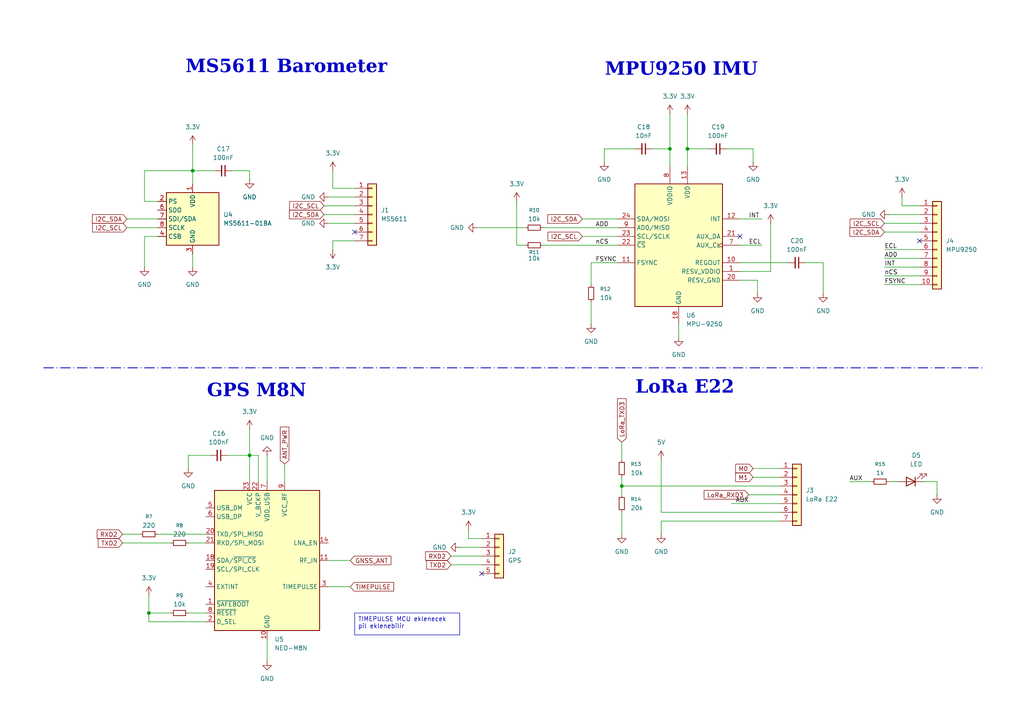
<source format=kicad_sch>
(kicad_sch (version 20250114) (generator "eeschema") (generator_version "9.0")
  (paper "A4")
  (lib_symbols
    (symbol "Connector_Generic:Conn_01x05" (pin_names (offset 1.016) (hide yes))
      (property "Reference" "J" (at 0 7.62 0))
      (property "Value" "Conn_01x05" (at 0 -7.62 0))
      (symbol "Conn_01x05_1_1"
        (rectangle (start -1.27 6.35) (end 1.27 -6.35) (stroke (width 0.254)) (fill (type background)))
        (rectangle (start -1.27 5.207) (end 0 4.953) (stroke (width 0.1524)))
        (rectangle (start -1.27 2.667) (end 0 2.413) (stroke (width 0.1524)))
        (rectangle (start -1.27 0.127) (end 0 -0.127) (stroke (width 0.1524)))
        (rectangle (start -1.27 -2.413) (end 0 -2.667) (stroke (width 0.1524)))
        (rectangle (start -1.27 -4.953) (end 0 -5.207) (stroke (width 0.1524)))
        (pin passive line (at -5.08 5.08 0) (length 3.81) (name "Pin_1") (number "1"))
        (pin passive line (at -5.08 2.54 0) (length 3.81) (name "Pin_2") (number "2"))
        (pin passive line (at -5.08 0 0) (length 3.81) (name "Pin_3") (number "3"))
        (pin passive line (at -5.08 -2.54 0) (length 3.81) (name "Pin_4") (number "4"))
        (pin passive line (at -5.08 -5.08 0) (length 3.81) (name "Pin_5") (number "5"))
      )
    )
    (symbol "Connector_Generic:Conn_01x07" (pin_names (offset 1.016) (hide yes))
      (property "Reference" "J" (at 0 10.16 0))
      (property "Value" "Conn_01x07" (at 0 -10.16 0))
      (symbol "Conn_01x07_1_1"
        (rectangle (start -1.27 8.89) (end 1.27 -8.89) (stroke (width 0.254)) (fill (type background)))
        (rectangle (start -1.27 7.747) (end 0 7.493) (stroke (width 0.1524)))
        (rectangle (start -1.27 5.207) (end 0 4.953) (stroke (width 0.1524)))
        (rectangle (start -1.27 2.667) (end 0 2.413) (stroke (width 0.1524)))
        (rectangle (start -1.27 0.127) (end 0 -0.127) (stroke (width 0.1524)))
        (rectangle (start -1.27 -2.413) (end 0 -2.667) (stroke (width 0.1524)))
        (rectangle (start -1.27 -4.953) (end 0 -5.207) (stroke (width 0.1524)))
        (rectangle (start -1.27 -7.493) (end 0 -7.747) (stroke (width 0.1524)))
        (pin passive line (at -5.08 7.62 0) (length 3.81) (name "Pin_1") (number "1"))
        (pin passive line (at -5.08 5.08 0) (length 3.81) (name "Pin_2") (number "2"))
        (pin passive line (at -5.08 2.54 0) (length 3.81) (name "Pin_3") (number "3"))
        (pin passive line (at -5.08 0 0) (length 3.81) (name "Pin_4") (number "4"))
        (pin passive line (at -5.08 -2.54 0) (length 3.81) (name "Pin_5") (number "5"))
        (pin passive line (at -5.08 -5.08 0) (length 3.81) (name "Pin_6") (number "6"))
        (pin passive line (at -5.08 -7.62 0) (length 3.81) (name "Pin_7") (number "7"))
      )
    )
    (symbol "Connector_Generic:Conn_01x10" (pin_names (offset 1.016) (hide yes))
      (property "Reference" "J" (at 0 12.7 0))
      (property "Value" "Conn_01x10" (at 0 -15.24 0))
      (symbol "Conn_01x10_1_1"
        (rectangle (start -1.27 11.43) (end 1.27 -13.97) (stroke (width 0.254)) (fill (type background)))
        (rectangle (start -1.27 10.287) (end 0 10.033) (stroke (width 0.1524)))
        (rectangle (start -1.27 7.747) (end 0 7.493) (stroke (width 0.1524)))
        (rectangle (start -1.27 5.207) (end 0 4.953) (stroke (width 0.1524)))
        (rectangle (start -1.27 2.667) (end 0 2.413) (stroke (width 0.1524)))
        (rectangle (start -1.27 0.127) (end 0 -0.127) (stroke (width 0.1524)))
        (rectangle (start -1.27 -2.413) (end 0 -2.667) (stroke (width 0.1524)))
        (rectangle (start -1.27 -4.953) (end 0 -5.207) (stroke (width 0.1524)))
        (rectangle (start -1.27 -7.493) (end 0 -7.747) (stroke (width 0.1524)))
        (rectangle (start -1.27 -10.033) (end 0 -10.287) (stroke (width 0.1524)))
        (rectangle (start -1.27 -12.573) (end 0 -12.827) (stroke (width 0.1524)))
        (pin passive line (at -5.08 10.16 0) (length 3.81) (name "Pin_1") (number "1"))
        (pin passive line (at -5.08 7.62 0) (length 3.81) (name "Pin_2") (number "2"))
        (pin passive line (at -5.08 5.08 0) (length 3.81) (name "Pin_3") (number "3"))
        (pin passive line (at -5.08 2.54 0) (length 3.81) (name "Pin_4") (number "4"))
        (pin passive line (at -5.08 0 0) (length 3.81) (name "Pin_5") (number "5"))
        (pin passive line (at -5.08 -2.54 0) (length 3.81) (name "Pin_6") (number "6"))
        (pin passive line (at -5.08 -5.08 0) (length 3.81) (name "Pin_7") (number "7"))
        (pin passive line (at -5.08 -7.62 0) (length 3.81) (name "Pin_8") (number "8"))
        (pin passive line (at -5.08 -10.16 0) (length 3.81) (name "Pin_9") (number "9"))
        (pin passive line (at -5.08 -12.7 0) (length 3.81) (name "Pin_10") (number "10"))
      )
    )
    (symbol "Device:C_Small" (pin_numbers (hide yes)) (pin_names (offset 0.254) (hide yes))
      (property "Reference" "C" (at 0.254 1.778 0))
      (property "Value" "C_Small" (at 0.254 -2.032 0))
      (symbol "C_Small_0_1"
        (polyline (pts (xy -1.524 0.508) (xy 1.524 0.508)) (stroke (width 0.3048)))
        (polyline (pts (xy -1.524 -0.508) (xy 1.524 -0.508)) (stroke (width 0.3302)))
      )
      (symbol "C_Small_1_1"
        (pin passive line (at 0 2.54 270) (length 2.032) (name "~") (number "1"))
        (pin passive line (at 0 -2.54 90) (length 2.032) (name "~") (number "2"))
      )
    )
    (symbol "Device:LED" (pin_numbers (hide yes)) (pin_names (offset 1.016) (hide yes))
      (property "Reference" "D" (at 0 2.54 0))
      (property "Value" "LED" (at 0 -2.54 0))
      (symbol "LED_0_1"
        (polyline (pts (xy -3.048 -0.762) (xy -4.572 -2.286) (xy -3.81 -2.286) (xy -4.572 -2.286) (xy -4.572 -1.524)))
        (polyline (pts (xy -1.778 -0.762) (xy -3.302 -2.286) (xy -2.54 -2.286) (xy -3.302 -2.286) (xy -3.302 -1.524)))
        (polyline (pts (xy -1.27 0) (xy 1.27 0)))
        (polyline (pts (xy -1.27 -1.27) (xy -1.27 1.27)) (stroke (width 0.254)))
        (polyline (pts (xy 1.27 -1.27) (xy 1.27 1.27) (xy -1.27 0) (xy 1.27 -1.27)) (stroke (width 0.254)))
      )
      (symbol "LED_1_1"
        (pin passive line (at -3.81 0 0) (length 2.54) (name "K") (number "1"))
        (pin passive line (at 3.81 0 180) (length 2.54) (name "A") (number "2"))
      )
    )
    (symbol "Device:R_Small" (pin_numbers (hide yes)) (pin_names (offset 0.254) (hide yes))
      (property "Reference" "R" (at 0 0 90))
      (property "Value" "R_Small" (at 1.778 0 90))
      (symbol "R_Small_0_1"
        (rectangle (start -0.762 1.778) (end 0.762 -1.778) (stroke (width 0.2032)))
      )
      (symbol "R_Small_1_1"
        (pin passive line (at 0 2.54 270) (length 0.762) (name "~") (number "1"))
        (pin passive line (at 0 -2.54 90) (length 0.762) (name "~") (number "2"))
      )
    )
    (symbol "RF_GPS:NEO-M8N"
      (property "Reference" "U" (at -13.97 21.59 0))
      (property "Value" "NEO-M8N" (at 11.43 21.59 0))
      (symbol "NEO-M8N_0_1"
        (rectangle (start -15.24 20.32) (end 15.24 -20.32) (stroke (width 0.254)) (fill (type background)))
      )
      (symbol "NEO-M8N_1_1"
        (pin bidirectional line (at -17.78 15.24 0) (length 2.54) (name "USB_DM") (number "5"))
        (pin bidirectional line (at -17.78 12.7 0) (length 2.54) (name "USB_DP") (number "6"))
        (pin output line (at -17.78 7.62 0) (length 2.54) (name "TXD/SPI_MISO") (number "20"))
        (pin input line (at -17.78 5.08 0) (length 2.54) (name "RXD/SPI_MOSI") (number "21"))
        (pin bidirectional line (at -17.78 0 0) (length 2.54) (name "SDA/~{SPI_CS}") (number "18"))
        (pin input line (at -17.78 -2.54 0) (length 2.54) (name "SCL/SPI_CLK") (number "19"))
        (pin input line (at -17.78 -7.62 0) (length 2.54) (name "EXTINT") (number "4"))
        (pin input line (at -17.78 -12.7 0) (length 2.54) (name "~{SAFEBOOT}") (number "1"))
        (pin input line (at -17.78 -15.24 0) (length 2.54) (name "~{RESET}") (number "8"))
        (pin input line (at -17.78 -17.78 0) (length 2.54) (name "D_SEL") (number "2"))
        (pin power_in line (at -5.08 22.86 270) (length 2.54) (name "VCC") (number "23"))
        (pin power_in line (at -2.54 22.86 270) (length 2.54) (name "V_BCKP") (number "22"))
        (pin power_in line (at 0 22.86 270) (length 2.54) (name "VDD_USB") (number "7"))
        (pin power_in line (at 0 -22.86 90) (length 2.54) (name "GND") (number "10"))
        (pin passive line (at 0 -22.86 90) (length 2.54) (hide yes) (name "GND") (number "12"))
        (pin passive line (at 0 -22.86 90) (length 2.54) (hide yes) (name "GND") (number "13"))
        (pin passive line (at 0 -22.86 90) (length 2.54) (hide yes) (name "GND") (number "24"))
        (pin power_out line (at 5.08 22.86 270) (length 2.54) (name "VCC_RF") (number "9"))
        (pin no_connect line (at 15.24 -10.16 180) (length 2.54) (hide yes) (name "RESERVED") (number "15"))
        (pin no_connect line (at 15.24 -12.7 180) (length 2.54) (hide yes) (name "RESERVED") (number "16"))
        (pin no_connect line (at 15.24 -15.24 180) (length 2.54) (hide yes) (name "RESERVED") (number "17"))
        (pin output line (at 17.78 5.08 180) (length 2.54) (name "LNA_EN") (number "14"))
        (pin input line (at 17.78 0 180) (length 2.54) (name "RF_IN") (number "11"))
        (pin output line (at 17.78 -7.62 180) (length 2.54) (name "TIMEPULSE") (number "3"))
      )
    )
    (symbol "Sensor_Motion:MPU-9250"
      (property "Reference" "U" (at -11.43 19.05 0))
      (property "Value" "MPU-9250" (at 7.62 -19.05 0))
      (symbol "MPU-9250_0_1"
        (rectangle (start -12.7 17.78) (end 12.7 -17.78) (stroke (width 0.254)) (fill (type background)))
      )
      (symbol "MPU-9250_1_1"
        (pin bidirectional line (at -17.78 7.62 0) (length 5.08) (name "SDA/MOSI") (number "24"))
        (pin bidirectional line (at -17.78 5.08 0) (length 5.08) (name "AD0/MISO") (number "9"))
        (pin input line (at -17.78 2.54 0) (length 5.08) (name "SCL/SCLK") (number "23"))
        (pin input line (at -17.78 0 0) (length 5.08) (name "~{CS}") (number "22"))
        (pin input line (at -17.78 -5.08 0) (length 5.08) (name "FSYNC") (number "11"))
        (pin power_in line (at -2.54 22.86 270) (length 5.08) (name "VDDIO") (number "8"))
        (pin power_in line (at 0 -22.86 90) (length 5.08) (name "GND") (number "18"))
        (pin power_in line (at 2.54 22.86 270) (length 5.08) (name "VDD") (number "13"))
        (pin output line (at 17.78 7.62 180) (length 5.08) (name "INT") (number "12"))
        (pin bidirectional line (at 17.78 2.54 180) (length 5.08) (name "AUX_DA") (number "21"))
        (pin output clock (at 17.78 0 180) (length 5.08) (name "AUX_CL") (number "7"))
        (pin passive line (at 17.78 -5.08 180) (length 5.08) (name "REGOUT") (number "10"))
        (pin input line (at 17.78 -7.62 180) (length 5.08) (name "RESV_VDDIO") (number "1"))
        (pin power_in line (at 17.78 -10.16 180) (length 5.08) (name "RESV_GND") (number "20"))
      )
    )
    (symbol "Sensor_Pressure:MS5611-01BA"
      (property "Reference" "U" (at -6.35 8.89 0))
      (property "Value" "MS5611-01BA" (at 7.62 8.89 0))
      (symbol "MS5611-01BA_0_1"
        (rectangle (start -7.62 7.62) (end 7.62 -7.62) (stroke (width 0.254)) (fill (type background)))
      )
      (symbol "MS5611-01BA_1_1"
        (pin input line (at -10.16 5.08 0) (length 2.54) (name "PS") (number "2"))
        (pin output line (at -10.16 2.54 0) (length 2.54) (name "SDO") (number "6"))
        (pin bidirectional line (at -10.16 0 0) (length 2.54) (name "SDI/SDA") (number "7"))
        (pin input line (at -10.16 -2.54 0) (length 2.54) (name "SCLK") (number "8"))
        (pin input line (at -10.16 -5.08 0) (length 2.54) (name "CSB") (number "4"))
        (pin input line (at -10.16 -5.08 0) (length 2.54) (hide yes) (name "CSB") (number "5"))
        (pin power_in line (at 0 10.16 270) (length 2.54) (name "VDD") (number "1"))
        (pin power_in line (at 0 -10.16 90) (length 2.54) (name "GND") (number "3"))
      )
    )
    (symbol "power:GND" (power) (pin_numbers (hide yes)) (pin_names (offset 0) (hide yes))
      (property "Value" "GND" (at 0 -3.81 0))
      (symbol "GND_0_1"
        (polyline (pts (xy 0 0) (xy 0 -1.27) (xy 1.27 -1.27) (xy 0 -2.54) (xy -1.27 -1.27) (xy 0 -1.27)))
      )
      (symbol "GND_1_1"
        (pin power_in line (at 0 0 270) (length 0) (name "~") (number "1"))
      )
    )
    (symbol "power:VCC" (power) (pin_numbers (hide yes)) (pin_names (offset 0) (hide yes))
      (property "Value" "VCC" (at 0 3.556 0))
      (symbol "VCC_0_1"
        (polyline (pts (xy -0.762 1.27) (xy 0 2.54)))
        (polyline (pts (xy 0 2.54) (xy 0.762 1.27)))
        (polyline (pts (xy 0 0) (xy 0 2.54)))
      )
      (symbol "VCC_1_1"
        (pin power_in line (at 0 0 90) (length 0) (name "~") (number "1"))
      )
    )
  )
  (text "MPU9250 IMU" (at 197.612 21.336 0) (effects (font (size 3.81 3.81) (bold yes))))
  (text "LoRa E22\n" (at 198.628 113.538 0) (effects (font (size 3.81 3.81) (bold yes))))
  (text "GPS M8N" (at 74.422 114.554 0) (effects (font (size 3.81 3.81) (bold yes))))
  (text "MS5611 Barometer" (at 83.058 20.574 0) (effects (font (size 3.81 3.81) (bold yes))))
  (text_box "TIMEPULSE MCU eklenecek\npil eklenebilir" (at 102.87 177.8 0) (size 30.48 6.35) (margins 0.9525 0.9525 0.9525 0.9525) (effects (font (size 1.27 1.27)) (justify left top)))
  (junction (at 199.39 43.18))
  (junction (at 55.88 49.53))
  (junction (at 180.34 140.97))
  (junction (at 72.39 132.08))
  (junction (at 194.31 43.18))
  (junction (at 43.18 177.8))
  (no_connect (at 214.63 68.58))
  (no_connect (at 139.7 166.37))
  (no_connect (at 266.7 69.85))
  (no_connect (at 102.87 67.31))
  (wire (pts (xy 238.76 76.2) (xy 238.76 85.09)))
  (wire (pts (xy 43.18 177.8) (xy 49.53 177.8)))
  (wire (pts (xy 95.25 57.15) (xy 102.87 57.15)))
  (wire (pts (xy 226.06 151.13) (xy 191.77 151.13)))
  (wire (pts (xy 139.7 156.21) (xy 135.89 156.21)))
  (wire (pts (xy 199.39 43.18) (xy 205.74 43.18)))
  (wire (pts (xy 223.52 78.74) (xy 223.52 64.77)))
  (wire (pts (xy 199.39 48.26) (xy 199.39 43.18)))
  (wire (pts (xy 256.54 77.47) (xy 266.7 77.47)))
  (wire (pts (xy 233.68 76.2) (xy 238.76 76.2)))
  (wire (pts (xy 171.45 76.2) (xy 171.45 82.55)))
  (wire (pts (xy 45.72 68.58) (xy 41.91 68.58)))
  (wire (pts (xy 180.34 140.97) (xy 180.34 143.51)))
  (wire (pts (xy 41.91 58.42) (xy 41.91 49.53)))
  (wire (pts (xy 180.34 128.27) (xy 180.34 133.35)))
  (wire (pts (xy 95.25 64.77) (xy 102.87 64.77)))
  (wire (pts (xy 93.98 59.69) (xy 102.87 59.69)))
  (wire (pts (xy 96.52 49.53) (xy 96.52 54.61)))
  (wire (pts (xy 256.54 72.39) (xy 266.7 72.39)))
  (wire (pts (xy 96.52 54.61) (xy 102.87 54.61)))
  (wire (pts (xy 36.83 66.04) (xy 45.72 66.04)))
  (wire (pts (xy 214.63 63.5) (xy 220.98 63.5)))
  (wire (pts (xy 191.77 151.13) (xy 191.77 154.94)))
  (wire (pts (xy 82.55 134.62) (xy 82.55 139.7)))
  (wire (pts (xy 101.6 170.18) (xy 95.25 170.18)))
  (wire (pts (xy 101.6 162.56) (xy 95.25 162.56)))
  (wire (pts (xy 199.39 33.02) (xy 199.39 43.18)))
  (wire (pts (xy 149.86 58.42) (xy 149.86 71.12)))
  (wire (pts (xy 135.89 156.21) (xy 135.89 153.67)))
  (wire (pts (xy 171.45 87.63) (xy 171.45 93.98)))
  (wire (pts (xy 219.71 81.28) (xy 219.71 85.09)))
  (wire (pts (xy 214.63 78.74) (xy 223.52 78.74)))
  (wire (pts (xy 212.09 146.05) (xy 226.06 146.05)))
  (wire (pts (xy 217.17 143.51) (xy 226.06 143.51)))
  (wire (pts (xy 96.52 69.85) (xy 102.87 69.85)))
  (wire (pts (xy 74.93 132.08) (xy 72.39 132.08)))
  (wire (pts (xy 55.88 53.34) (xy 55.88 49.53)))
  (wire (pts (xy 157.48 71.12) (xy 179.07 71.12)))
  (wire (pts (xy 168.91 63.5) (xy 179.07 63.5)))
  (wire (pts (xy 149.86 71.12) (xy 152.4 71.12)))
  (wire (pts (xy 271.78 139.7) (xy 267.97 139.7)))
  (wire (pts (xy 271.78 143.51) (xy 271.78 139.7)))
  (wire (pts (xy 226.06 135.89) (xy 218.44 135.89)))
  (wire (pts (xy 180.34 140.97) (xy 226.06 140.97)))
  (wire (pts (xy 210.82 43.18) (xy 218.44 43.18)))
  (wire (pts (xy 74.93 139.7) (xy 74.93 132.08)))
  (wire (pts (xy 256.54 82.55) (xy 266.7 82.55)))
  (wire (pts (xy 189.23 43.18) (xy 194.31 43.18)))
  (wire (pts (xy 54.61 135.89) (xy 54.61 132.08)))
  (wire (pts (xy 194.31 33.02) (xy 194.31 43.18)))
  (wire (pts (xy 77.47 132.08) (xy 77.47 139.7)))
  (wire (pts (xy 45.72 154.94) (xy 59.69 154.94)))
  (wire (pts (xy 175.26 43.18) (xy 184.15 43.18)))
  (wire (pts (xy 35.56 154.94) (xy 40.64 154.94)))
  (wire (pts (xy 168.91 68.58) (xy 179.07 68.58)))
  (wire (pts (xy 130.81 161.29) (xy 139.7 161.29)))
  (wire (pts (xy 138.43 66.04) (xy 152.4 66.04)))
  (wire (pts (xy 261.62 59.69) (xy 266.7 59.69)))
  (wire (pts (xy 180.34 138.43) (xy 180.34 140.97)))
  (wire (pts (xy 55.88 41.91) (xy 55.88 49.53)))
  (wire (pts (xy 196.85 97.79) (xy 196.85 93.98)))
  (wire (pts (xy 36.83 63.5) (xy 45.72 63.5)))
  (wire (pts (xy 77.47 191.77) (xy 77.47 185.42)))
  (wire (pts (xy 41.91 49.53) (xy 55.88 49.53)))
  (wire (pts (xy 35.56 157.48) (xy 49.53 157.48)))
  (wire (pts (xy 55.88 49.53) (xy 62.23 49.53)))
  (wire (pts (xy 67.31 49.53) (xy 72.39 49.53)))
  (wire (pts (xy 43.18 172.72) (xy 43.18 177.8)))
  (wire (pts (xy 191.77 148.59) (xy 226.06 148.59)))
  (wire (pts (xy 72.39 132.08) (xy 66.04 132.08)))
  (wire (pts (xy 257.81 62.23) (xy 266.7 62.23)))
  (wire (pts (xy 179.07 76.2) (xy 171.45 76.2)))
  (wire (pts (xy 261.62 57.15) (xy 261.62 59.69)))
  (wire (pts (xy 72.39 139.7) (xy 72.39 132.08)))
  (wire (pts (xy 180.34 154.94) (xy 180.34 148.59)))
  (wire (pts (xy 256.54 64.77) (xy 266.7 64.77)))
  (wire (pts (xy 54.61 177.8) (xy 59.69 177.8)))
  (wire (pts (xy 93.98 62.23) (xy 102.87 62.23)))
  (wire (pts (xy 218.44 43.18) (xy 218.44 46.99)))
  (wire (pts (xy 54.61 157.48) (xy 59.69 157.48)))
  (wire (pts (xy 256.54 80.01) (xy 266.7 80.01)))
  (wire (pts (xy 191.77 133.35) (xy 191.77 148.59)))
  (wire (pts (xy 246.38 139.7) (xy 252.73 139.7)))
  (wire (pts (xy 214.63 81.28) (xy 219.71 81.28)))
  (wire (pts (xy 256.54 74.93) (xy 266.7 74.93)))
  (polyline (pts (xy 12.7 106.68) (xy 285.75 106.68)) (stroke (width 0.254) (type dash_dot)))
  (wire (pts (xy 175.26 46.99) (xy 175.26 43.18)))
  (wire (pts (xy 130.81 163.83) (xy 139.7 163.83)))
  (wire (pts (xy 54.61 132.08) (xy 60.96 132.08)))
  (wire (pts (xy 72.39 124.46) (xy 72.39 132.08)))
  (wire (pts (xy 59.69 180.34) (xy 43.18 180.34)))
  (wire (pts (xy 214.63 71.12) (xy 220.98 71.12)))
  (wire (pts (xy 226.06 138.43) (xy 218.44 138.43)))
  (wire (pts (xy 43.18 180.34) (xy 43.18 177.8)))
  (wire (pts (xy 214.63 76.2) (xy 228.6 76.2)))
  (wire (pts (xy 96.52 72.39) (xy 96.52 69.85)))
  (wire (pts (xy 157.48 66.04) (xy 179.07 66.04)))
  (wire (pts (xy 257.81 139.7) (xy 260.35 139.7)))
  (wire (pts (xy 133.35 158.75) (xy 139.7 158.75)))
  (wire (pts (xy 256.54 67.31) (xy 266.7 67.31)))
  (wire (pts (xy 194.31 43.18) (xy 194.31 48.26)))
  (wire (pts (xy 55.88 77.47) (xy 55.88 73.66)))
  (wire (pts (xy 41.91 68.58) (xy 41.91 77.47)))
  (wire (pts (xy 72.39 49.53) (xy 72.39 52.07)))
  (wire (pts (xy 45.72 58.42) (xy 41.91 58.42)))
  (label "ECL" (at 256.54 72.39 0))
  (label "INT" (at 217.17 63.5 0))
  (label "AUX" (at 213.36 146.05 0))
  (label "INT" (at 256.54 77.47 0))
  (label "AD0" (at 172.72 66.04 0))
  (label "AD0" (at 256.54 74.93 0))
  (label "FSYNC" (at 172.72 76.2 0))
  (label "AUX" (at 246.38 139.7 0))
  (label "nCS" (at 172.72 71.12 0))
  (label "ECL" (at 217.17 71.12 0))
  (label "nCS" (at 256.54 80.01 0))
  (label "FSYNC" (at 256.54 82.55 0))
  (global_label "I2C_SDA" (shape input) (at 36.83 63.5 180) (property "Intersheetrefs" "${INTERSHEET_REFS}" (effects (hide yes))))
  (global_label "TIMEPULSE" (shape input) (at 101.6 170.18 0) (property "Intersheetrefs" "${INTERSHEET_REFS}" (effects (hide yes))))
  (global_label "M1" (shape input) (at 218.44 138.43 180) (property "Intersheetrefs" "${INTERSHEET_REFS}" (effects (hide yes))))
  (global_label "RXD2" (shape input) (at 35.56 154.94 180) (property "Intersheetrefs" "${INTERSHEET_REFS}" (effects (hide yes))))
  (global_label "M0" (shape input) (at 218.44 135.89 180) (property "Intersheetrefs" "${INTERSHEET_REFS}" (effects (hide yes))))
  (global_label "TXD2" (shape input) (at 130.81 163.83 180) (property "Intersheetrefs" "${INTERSHEET_REFS}" (effects (hide yes))))
  (global_label "I2C_SDA" (shape input) (at 256.54 67.31 180) (property "Intersheetrefs" "${INTERSHEET_REFS}" (effects (hide yes))))
  (global_label "RXD2" (shape input) (at 130.81 161.29 180) (property "Intersheetrefs" "${INTERSHEET_REFS}" (effects (hide yes))))
  (global_label "I2C_SDA" (shape input) (at 93.98 62.23 180) (property "Intersheetrefs" "${INTERSHEET_REFS}" (effects (hide yes))))
  (global_label "I2C_SCL" (shape input) (at 256.54 64.77 180) (property "Intersheetrefs" "${INTERSHEET_REFS}" (effects (hide yes))))
  (global_label "I2C_SCL" (shape input) (at 168.91 68.58 180) (property "Intersheetrefs" "${INTERSHEET_REFS}" (effects (hide yes))))
  (global_label "I2C_SCL" (shape input) (at 93.98 59.69 180) (property "Intersheetrefs" "${INTERSHEET_REFS}" (effects (hide yes))))
  (global_label "TXD2" (shape input) (at 35.56 157.48 180) (property "Intersheetrefs" "${INTERSHEET_REFS}" (effects (hide yes))))
  (global_label "ANT_PWR" (shape input) (at 82.55 134.62 90) (property "Intersheetrefs" "${INTERSHEET_REFS}" (effects (hide yes))))
  (global_label "I2C_SCL" (shape input) (at 36.83 66.04 180) (property "Intersheetrefs" "${INTERSHEET_REFS}" (effects (hide yes))))
  (global_label "GNSS_ANT" (shape input) (at 101.6 162.56 0) (property "Intersheetrefs" "${INTERSHEET_REFS}" (effects (hide yes))))
  (global_label "LoRa_RXD3" (shape input) (at 217.17 143.51 180) (property "Intersheetrefs" "${INTERSHEET_REFS}" (effects (hide yes))))
  (global_label "I2C_SDA" (shape input) (at 168.91 63.5 180) (property "Intersheetrefs" "${INTERSHEET_REFS}" (effects (hide yes))))
  (global_label "LoRa_TXD3" (shape input) (at 180.34 128.27 90) (property "Intersheetrefs" "${INTERSHEET_REFS}" (effects (hide yes))))
  (symbol (lib_id "power:GND") (at 218.44 46.99 0) (unit 1)
    (property "Reference" "#PWR052" (effects (hide yes)))
    (property "Value" "GND" (at 218.44 52.07 0))
    (property "Description" "Power symbol creates a global label with name \"GND\" , ground" (effects (hide yes)))
  )
  (symbol (lib_id "power:GND") (at 77.47 132.08 180) (unit 1)
    (property "Reference" "#PWR034" (effects (hide yes)))
    (property "Value" "GND" (at 77.47 127 0))
    (property "Description" "Power symbol creates a global label with name \"GND\" , ground" (effects (hide yes)))
  )
  (symbol (lib_id "power:GND") (at 171.45 93.98 0) (unit 1)
    (property "Reference" "#PWR044" (effects (hide yes)))
    (property "Value" "GND" (at 171.45 99.06 0))
    (property "Description" "Power symbol creates a global label with name \"GND\" , ground" (effects (hide yes)))
  )
  (symbol (lib_id "Device:C_Small") (at 208.28 43.18 270) (unit 1)
    (property "Reference" "C19" (at 208.2736 36.83 90))
    (property "Value" "100nF" (at 208.2736 39.37 90))
    (property "Footprint" "Capacitor_SMD:C_0603_1608Metric_Pad1.08x0.95mm_HandSolder" (effects (hide yes)))
    (property "Description" "Unpolarized capacitor, small symbol" (effects (hide yes)))
  )
  (symbol (lib_id "Device:R_Small") (at 52.07 157.48 90) (unit 1)
    (property "Reference" "R8" (at 52.07 152.4 90) (effects (font (size 1.016 1.016))))
    (property "Value" "220" (at 52.07 154.94 90))
    (property "Footprint" "Resistor_SMD:R_0603_1608Metric_Pad0.98x0.95mm_HandSolder" (effects (hide yes)))
    (property "Description" "Resistor, small symbol" (effects (hide yes)))
  )
  (symbol (lib_id "power:VCC") (at 96.52 49.53 0) (unit 1)
    (property "Reference" "#PWR038" (effects (hide yes)))
    (property "Value" "3.3V" (at 96.52 44.45 0))
    (property "Description" "Power symbol creates a global label with name \"VCC\"" (effects (hide yes)))
  )
  (symbol (lib_id "Device:C_Small") (at 63.5 132.08 270) (unit 1)
    (property "Reference" "C16" (at 63.4936 125.73 90))
    (property "Value" "100nF" (at 63.4936 128.27 90))
    (property "Footprint" "Capacitor_SMD:C_0603_1608Metric_Pad1.08x0.95mm_HandSolder" (effects (hide yes)))
    (property "Description" "Unpolarized capacitor, small symbol" (effects (hide yes)))
  )
  (symbol (lib_id "Device:R_Small") (at 154.94 71.12 270) (unit 1)
    (property "Reference" "R11" (at 154.94 73.152 90) (effects (font (size 1.016 1.016))))
    (property "Value" "10k" (at 154.94 74.93 90))
    (property "Footprint" "Resistor_SMD:R_0603_1608Metric_Pad0.98x0.95mm_HandSolder" (effects (hide yes)))
    (property "Description" "Resistor, small symbol" (effects (hide yes)))
  )
  (symbol (lib_id "power:GND") (at 138.43 66.04 270) (unit 1)
    (property "Reference" "#PWR042" (effects (hide yes)))
    (property "Value" "GND" (at 134.62 66.0399 90) (effects (justify right)))
    (property "Description" "Power symbol creates a global label with name \"GND\" , ground" (effects (hide yes)))
  )
  (symbol (lib_id "Sensor_Motion:MPU-9250") (at 196.85 71.12 0) (unit 1)
    (property "Reference" "U6" (at 198.9933 91.44 0) (effects (justify left)))
    (property "Value" "MPU-9250" (at 198.9933 93.98 0) (effects (justify left)))
    (property "Footprint" "Sensor_Motion:InvenSense_QFN-24_3x3mm_P0.4mm" (effects (hide yes)))
    (property "Datasheet" "https://invensense.tdk.com/wp-content/uploads/2015/02/PS-MPU-9250A-01-v1.1.pdf" (effects (hide yes)))
    (property "Description" "InvenSense 9-Axis Motion Sensor, Accelerometer, Gyroscope, Compass, I2C/SPI" (effects (hide yes)))
  )
  (symbol (lib_id "power:GND") (at 219.71 85.09 0) (unit 1)
    (property "Reference" "#PWR053" (effects (hide yes)))
    (property "Value" "GND" (at 219.71 90.17 0))
    (property "Description" "Power symbol creates a global label with name \"GND\" , ground" (effects (hide yes)))
  )
  (symbol (lib_id "power:GND") (at 133.35 158.75 270) (unit 1)
    (property "Reference" "#PWR040" (effects (hide yes)))
    (property "Value" "GND" (at 129.54 158.7499 90) (effects (justify right)))
    (property "Description" "Power symbol creates a global label with name \"GND\" , ground" (effects (hide yes)))
  )
  (symbol (lib_id "power:GND") (at 77.47 191.77 0) (unit 1)
    (property "Reference" "#PWR035" (effects (hide yes)))
    (property "Value" "GND" (at 77.47 196.85 0))
    (property "Description" "Power symbol creates a global label with name \"GND\" , ground" (effects (hide yes)))
  )
  (symbol (lib_id "power:VCC") (at 191.77 133.35 0) (unit 1)
    (property "Reference" "#PWR047" (effects (hide yes)))
    (property "Value" "5V" (at 191.77 128.27 0))
    (property "Description" "Power symbol creates a global label with name \"VCC\"" (effects (hide yes)))
  )
  (symbol (lib_id "Device:R_Small") (at 255.27 139.7 270) (unit 1)
    (property "Reference" "R15" (at 255.27 134.62 90) (effects (font (size 1.016 1.016))))
    (property "Value" "1k" (at 255.27 137.16 90))
    (property "Footprint" "Resistor_SMD:R_0603_1608Metric_Pad0.98x0.95mm_HandSolder" (effects (hide yes)))
    (property "Description" "Resistor, small symbol" (effects (hide yes)))
  )
  (symbol (lib_id "Device:R_Small") (at 52.07 177.8 90) (unit 1)
    (property "Reference" "R9" (at 52.07 172.72 90) (effects (font (size 1.016 1.016))))
    (property "Value" "10k" (at 52.07 175.26 90))
    (property "Footprint" "Resistor_SMD:R_0603_1608Metric_Pad0.98x0.95mm_HandSolder" (effects (hide yes)))
    (property "Description" "Resistor, small symbol" (effects (hide yes)))
  )
  (symbol (lib_id "power:VCC") (at 72.39 124.46 0) (unit 1)
    (property "Reference" "#PWR033" (effects (hide yes)))
    (property "Value" "3.3V" (at 72.39 119.38 0))
    (property "Description" "Power symbol creates a global label with name \"VCC\"" (effects (hide yes)))
  )
  (symbol (lib_id "Connector_Generic:Conn_01x07") (at 107.95 62.23 0) (unit 1)
    (property "Reference" "J1" (at 110.49 60.9599 0) (effects (justify left)))
    (property "Value" "MS5611" (at 110.49 63.4999 0) (effects (justify left)))
    (property "Footprint" "Connector_PinSocket_2.54mm:PinSocket_1x07_P2.54mm_Vertical" (effects (hide yes)))
    (property "Description" "Generic connector, single row, 01x07, script generated (kicad-library-utils/schlib/autogen/connector/)" (effects (hide yes)))
  )
  (symbol (lib_id "power:GND") (at 95.25 57.15 270) (unit 1)
    (property "Reference" "#PWR036" (effects (hide yes)))
    (property "Value" "GND" (at 91.44 57.1499 90) (effects (justify right)))
    (property "Description" "Power symbol creates a global label with name \"GND\" , ground" (effects (hide yes)))
  )
  (symbol (lib_id "Device:C_Small") (at 186.69 43.18 270) (unit 1)
    (property "Reference" "C18" (at 186.6836 36.83 90))
    (property "Value" "10nF" (at 186.6836 39.37 90))
    (property "Footprint" "Capacitor_SMD:C_0603_1608Metric_Pad1.08x0.95mm_HandSolder" (effects (hide yes)))
    (property "Description" "Unpolarized capacitor, small symbol" (effects (hide yes)))
  )
  (symbol (lib_id "power:VCC") (at 96.52 72.39 180) (unit 1)
    (property "Reference" "#PWR039" (effects (hide yes)))
    (property "Value" "3.3V" (at 96.52 77.47 0))
    (property "Description" "Power symbol creates a global label with name \"VCC\"" (effects (hide yes)))
  )
  (symbol (lib_id "Connector_Generic:Conn_01x05") (at 144.78 161.29 0) (unit 1)
    (property "Reference" "J2" (at 147.32 160.0199 0) (effects (justify left)))
    (property "Value" "GPS" (at 147.32 162.5599 0) (effects (justify left)))
    (property "Footprint" "Connector_PinSocket_2.54mm:PinSocket_1x05_P2.54mm_Vertical" (effects (hide yes)))
    (property "Description" "Generic connector, single row, 01x05, script generated (kicad-library-utils/schlib/autogen/connector/)" (effects (hide yes)))
  )
  (symbol (lib_id "power:GND") (at 175.26 46.99 0) (unit 1)
    (property "Reference" "#PWR045" (effects (hide yes)))
    (property "Value" "GND" (at 175.26 52.07 0))
    (property "Description" "Power symbol creates a global label with name \"GND\" , ground" (effects (hide yes)))
  )
  (symbol (lib_id "power:VCC") (at 135.89 153.67 0) (unit 1)
    (property "Reference" "#PWR041" (effects (hide yes)))
    (property "Value" "3.3V" (at 135.89 148.59 0))
    (property "Description" "Power symbol creates a global label with name \"VCC\"" (effects (hide yes)))
  )
  (symbol (lib_id "power:VCC") (at 223.52 64.77 0) (unit 1)
    (property "Reference" "#PWR054" (effects (hide yes)))
    (property "Value" "3.3V" (at 223.52 59.69 0))
    (property "Description" "Power symbol creates a global label with name \"VCC\"" (effects (hide yes)))
  )
  (symbol (lib_id "Device:C_Small") (at 231.14 76.2 270) (unit 1)
    (property "Reference" "C20" (at 231.1336 69.85 90))
    (property "Value" "100nF" (at 231.1336 72.39 90))
    (property "Footprint" "Capacitor_SMD:C_0603_1608Metric_Pad1.08x0.95mm_HandSolder" (effects (hide yes)))
    (property "Description" "Unpolarized capacitor, small symbol" (effects (hide yes)))
  )
  (symbol (lib_id "power:GND") (at 95.25 64.77 270) (unit 1)
    (property "Reference" "#PWR037" (effects (hide yes)))
    (property "Value" "GND" (at 91.44 64.7699 90) (effects (justify right)))
    (property "Description" "Power symbol creates a global label with name \"GND\" , ground" (effects (hide yes)))
  )
  (symbol (lib_id "power:VCC") (at 55.88 41.91 0) (unit 1)
    (property "Reference" "#PWR030" (effects (hide yes)))
    (property "Value" "3.3V" (at 55.88 36.83 0))
    (property "Description" "Power symbol creates a global label with name \"VCC\"" (effects (hide yes)))
  )
  (symbol (lib_id "Device:LED") (at 264.16 139.7 180) (unit 1)
    (property "Reference" "D5" (at 265.7475 132.08 0))
    (property "Value" "LED" (at 265.7475 134.62 0))
    (property "Footprint" "LED_SMD:LED_0603_1608Metric_Pad1.05x0.95mm_HandSolder" (effects (hide yes)))
    (property "Description" "Light emitting diode" (effects (hide yes)))
    (property "Sim.Pins" "1=K 2=A" (effects (hide yes)))
  )
  (symbol (lib_id "power:GND") (at 238.76 85.09 0) (unit 1)
    (property "Reference" "#PWR055" (effects (hide yes)))
    (property "Value" "GND" (at 238.76 90.17 0))
    (property "Description" "Power symbol creates a global label with name \"GND\" , ground" (effects (hide yes)))
  )
  (symbol (lib_id "Device:R_Small") (at 154.94 66.04 270) (unit 1)
    (property "Reference" "R10" (at 154.94 60.96 90) (effects (font (size 1.016 1.016))))
    (property "Value" "10k" (at 154.94 63.5 90))
    (property "Footprint" "Resistor_SMD:R_0603_1608Metric_Pad0.98x0.95mm_HandSolder" (effects (hide yes)))
    (property "Description" "Resistor, small symbol" (effects (hide yes)))
  )
  (symbol (lib_id "power:GND") (at 54.61 135.89 0) (unit 1)
    (property "Reference" "#PWR029" (effects (hide yes)))
    (property "Value" "GND" (at 54.61 140.97 0))
    (property "Description" "Power symbol creates a global label with name \"GND\" , ground" (effects (hide yes)))
  )
  (symbol (lib_id "power:GND") (at 55.88 77.47 0) (unit 1)
    (property "Reference" "#PWR031" (effects (hide yes)))
    (property "Value" "GND" (at 55.88 82.55 0))
    (property "Description" "Power symbol creates a global label with name \"GND\" , ground" (effects (hide yes)))
  )
  (symbol (lib_id "power:VCC") (at 261.62 57.15 0) (unit 1)
    (property "Reference" "#PWR057" (effects (hide yes)))
    (property "Value" "3.3V" (at 261.62 52.07 0))
    (property "Description" "Power symbol creates a global label with name \"VCC\"" (effects (hide yes)))
  )
  (symbol (lib_id "Device:C_Small") (at 64.77 49.53 270) (unit 1)
    (property "Reference" "C17" (at 64.7636 43.18 90))
    (property "Value" "100nF" (at 64.7636 45.72 90))
    (property "Footprint" "Capacitor_SMD:C_0603_1608Metric_Pad1.08x0.95mm_HandSolder" (effects (hide yes)))
    (property "Description" "Unpolarized capacitor, small symbol" (effects (hide yes)))
  )
  (symbol (lib_id "power:GND") (at 191.77 154.94 0) (unit 1)
    (property "Reference" "#PWR048" (effects (hide yes)))
    (property "Value" "GND" (at 191.77 160.02 0))
    (property "Description" "Power symbol creates a global label with name \"GND\" , ground" (effects (hide yes)))
  )
  (symbol (lib_id "power:GND") (at 180.34 154.94 0) (unit 1)
    (property "Reference" "#PWR046" (effects (hide yes)))
    (property "Value" "GND" (at 180.34 160.02 0))
    (property "Description" "Power symbol creates a global label with name \"GND\" , ground" (effects (hide yes)))
  )
  (symbol (lib_id "Connector_Generic:Conn_01x10") (at 271.78 69.85 0) (unit 1)
    (property "Reference" "J4" (at 274.32 69.8499 0) (effects (justify left)))
    (property "Value" "MPU9250" (at 274.32 72.3899 0) (effects (justify left)))
    (property "Footprint" "Connector_PinSocket_2.54mm:PinSocket_1x10_P2.54mm_Vertical" (effects (hide yes)))
    (property "Description" "Generic connector, single row, 01x10, script generated (kicad-library-utils/schlib/autogen/connector/)" (effects (hide yes)))
  )
  (symbol (lib_id "Device:R_Small") (at 171.45 85.09 0) (unit 1)
    (property "Reference" "R12" (at 173.99 83.8199 0) (effects (font (size 1.016 1.016)) (justify left)))
    (property "Value" "10k" (at 173.99 86.3599 0) (effects (justify left)))
    (property "Footprint" "Resistor_SMD:R_0603_1608Metric_Pad0.98x0.95mm_HandSolder" (effects (hide yes)))
    (property "Description" "Resistor, small symbol" (effects (hide yes)))
  )
  (symbol (lib_id "power:VCC") (at 43.18 172.72 0) (unit 1)
    (property "Reference" "#PWR028" (effects (hide yes)))
    (property "Value" "3.3V" (at 43.18 167.64 0))
    (property "Description" "Power symbol creates a global label with name \"VCC\"" (effects (hide yes)))
  )
  (symbol (lib_id "power:GND") (at 196.85 97.79 0) (unit 1)
    (property "Reference" "#PWR050" (effects (hide yes)))
    (property "Value" "GND" (at 196.85 102.87 0))
    (property "Description" "Power symbol creates a global label with name \"GND\" , ground" (effects (hide yes)))
  )
  (symbol (lib_id "power:VCC") (at 194.31 33.02 0) (unit 1)
    (property "Reference" "#PWR049" (effects (hide yes)))
    (property "Value" "3.3V" (at 194.31 27.94 0))
    (property "Description" "Power symbol creates a global label with name \"VCC\"" (effects (hide yes)))
  )
  (symbol (lib_id "RF_GPS:NEO-M8N") (at 77.47 162.56 0) (unit 1)
    (property "Reference" "U5" (at 79.6133 185.42 0) (effects (justify left)))
    (property "Value" "NEO-M8N" (at 79.6133 187.96 0) (effects (justify left)))
    (property "Footprint" "RF_GPS:ublox_NEO" (effects (hide yes)))
    (property "Datasheet" "https://content.u-blox.com/sites/default/files/NEO-M8-FW3_DataSheet_UBX-15031086.pdf" (effects (hide yes)))
    (property "Description" "GNSS Module NEO M8, VCC 2.7V to 3.6V" (effects (hide yes)))
  )
  (symbol (lib_id "power:VCC") (at 149.86 58.42 0) (unit 1)
    (property "Reference" "#PWR043" (effects (hide yes)))
    (property "Value" "3.3V" (at 149.86 53.34 0))
    (property "Description" "Power symbol creates a global label with name \"VCC\"" (effects (hide yes)))
  )
  (symbol (lib_id "Device:R_Small") (at 180.34 146.05 180) (unit 1)
    (property "Reference" "R14" (at 182.88 144.7799 0) (effects (font (size 1.016 1.016)) (justify right)))
    (property "Value" "20k" (at 182.88 147.3199 0) (effects (justify right)))
    (property "Footprint" "Resistor_SMD:R_0603_1608Metric_Pad0.98x0.95mm_HandSolder" (effects (hide yes)))
    (property "Description" "Resistor, small symbol" (effects (hide yes)))
  )
  (symbol (lib_id "Device:R_Small") (at 43.18 154.94 90) (unit 1)
    (property "Reference" "R7" (at 43.18 149.86 90) (effects (font (size 1.016 1.016))))
    (property "Value" "220" (at 43.18 152.4 90))
    (property "Footprint" "Resistor_SMD:R_0603_1608Metric_Pad0.98x0.95mm_HandSolder" (effects (hide yes)))
    (property "Description" "Resistor, small symbol" (effects (hide yes)))
  )
  (symbol (lib_id "power:GND") (at 41.91 77.47 0) (unit 1)
    (property "Reference" "#PWR027" (effects (hide yes)))
    (property "Value" "GND" (at 41.91 82.55 0))
    (property "Description" "Power symbol creates a global label with name \"GND\" , ground" (effects (hide yes)))
  )
  (symbol (lib_id "Connector_Generic:Conn_01x07") (at 231.14 143.51 0) (unit 1)
    (property "Reference" "J3" (at 233.68 142.2399 0) (effects (justify left)))
    (property "Value" "LoRa E22" (at 233.68 144.7799 0) (effects (justify left)))
    (property "Footprint" "Connector_PinSocket_2.54mm:PinSocket_1x07_P2.54mm_Vertical" (effects (hide yes)))
    (property "Description" "Generic connector, single row, 01x07, script generated (kicad-library-utils/schlib/autogen/connector/)" (effects (hide yes)))
  )
  (symbol (lib_id "power:GND") (at 72.39 52.07 0) (unit 1)
    (property "Reference" "#PWR032" (effects (hide yes)))
    (property "Value" "GND" (at 72.39 57.15 0))
    (property "Description" "Power symbol creates a global label with name \"GND\" , ground" (effects (hide yes)))
  )
  (symbol (lib_id "power:GND") (at 271.78 143.51 0) (unit 1)
    (property "Reference" "#PWR058" (effects (hide yes)))
    (property "Value" "GND" (at 271.78 148.59 0))
    (property "Description" "Power symbol creates a global label with name \"GND\" , ground" (effects (hide yes)))
  )
  (symbol (lib_id "Sensor_Pressure:MS5611-01BA") (at 55.88 63.5 0) (unit 1)
    (property "Reference" "U4" (at 64.77 62.2299 0) (effects (justify left)))
    (property "Value" "MS5611-01BA" (at 64.77 64.7699 0) (effects (justify left)))
    (property "Footprint" "Package_LGA:LGA-8_3x5mm_P1.25mm" (effects (hide yes)))
    (property "Datasheet" "https://www.te.com/commerce/DocumentDelivery/DDEController?Action=srchrtrv&DocNm=MS5611-01BA03&DocType=Data+Sheet&DocLang=English" (effects (hide yes)))
    (property "Description" "Barometric pressure sensor, 10cm resolution, 10 to 1200 mbar, I2C and SPI interface up to 20MHz, LGA-8" (effects (hide yes)))
  )
  (symbol (lib_id "power:GND") (at 257.81 62.23 270) (unit 1)
    (property "Reference" "#PWR056" (effects (hide yes)))
    (property "Value" "GND" (at 254 62.2299 90) (effects (justify right)))
    (property "Description" "Power symbol creates a global label with name \"GND\" , ground" (effects (hide yes)))
  )
  (symbol (lib_id "Device:R_Small") (at 180.34 135.89 180) (unit 1)
    (property "Reference" "R13" (at 182.88 134.6199 0) (effects (font (size 1.016 1.016)) (justify right)))
    (property "Value" "10k" (at 182.88 137.1599 0) (effects (justify right)))
    (property "Footprint" "Resistor_SMD:R_0603_1608Metric_Pad0.98x0.95mm_HandSolder" (effects (hide yes)))
    (property "Description" "Resistor, small symbol" (effects (hide yes)))
  )
  (symbol (lib_id "power:VCC") (at 199.39 33.02 0) (unit 1)
    (property "Reference" "#PWR051" (effects (hide yes)))
    (property "Value" "3.3V" (at 199.39 27.94 0))
    (property "Description" "Power symbol creates a global label with name \"VCC\"" (effects (hide yes)))
  )
)
</source>
